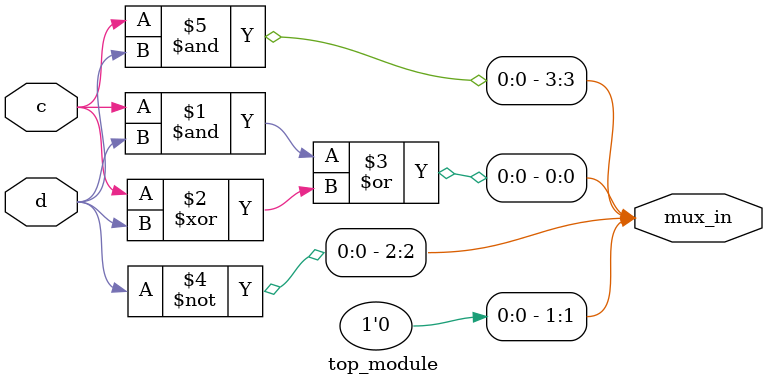
<source format=v>
module top_module (
    input c,
    input d,
    output [3:0] mux_in
); 
    assign mux_in[0]=(c&d | c^d);
    assign mux_in[1]=0;
    assign mux_in[2]=~d;
    assign mux_in[3]=c&d;
endmodule

</source>
